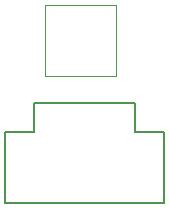
<source format=gbr>
%TF.GenerationSoftware,Altium Limited,Altium Designer,20.0.11 (256)*%
G04 Layer_Color=0*
%FSLAX26Y26*%
%MOIN*%
%TF.FileFunction,Other,Mechanical_16*%
%TF.Part,Single*%
G01*
G75*
%TA.AperFunction,NonConductor*%
%ADD49C,0.005000*%
%ADD63C,0.001968*%
D49*
X5503150Y1051870D02*
Y1288091D01*
X5404724D02*
X5503150D01*
X5404724D02*
Y1386516D01*
X5070079D02*
X5404724D01*
X5070079Y1288091D02*
Y1386516D01*
X4971654Y1288091D02*
X5070079D01*
X4971654Y1051870D02*
Y1288091D01*
Y1051870D02*
X5503150D01*
D63*
X5106299Y1713701D02*
X5342520D01*
X5106299Y1477480D02*
X5342520D01*
Y1713701D01*
X5106299Y1477480D02*
Y1713701D01*
%TF.MD5,db7e98973b4de945c15f480507bea683*%
M02*

</source>
